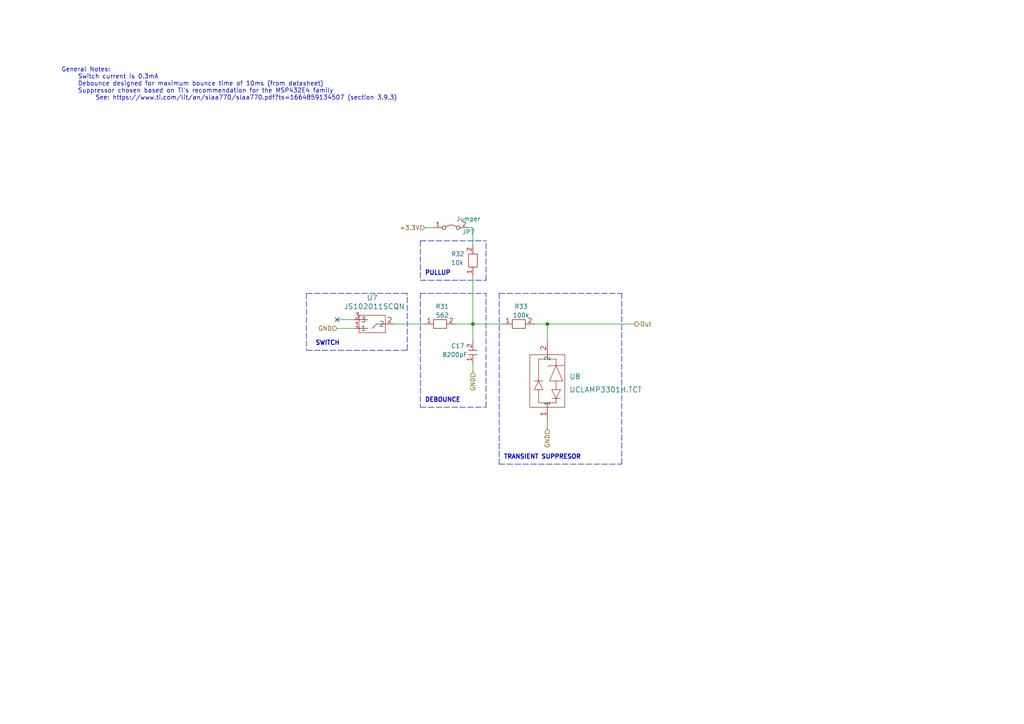
<source format=kicad_sch>
(kicad_sch (version 20211123) (generator eeschema)
  (paper "A4")
  (title_block (title "Switch Subsystem") (rev "1") (company "The Great Gambit"))
  (lib_symbols
    (symbol "C1210C822K2RACAUTO:C1210C822K2RACAUTO" (pin_names (offset 0.762))
      (property "Reference" "C" (at 8.89 6.35 0))
      (property "Value" "C1210C822K2RACAUTO" (at 8.89 3.81 0))
      (symbol "C1210C822K2RACAUTO_0_0"
        (pin passive line (at 0 0 0) (length 2.45) (name "~") (number "1"))
        (pin passive line (at 6.35 0 180) (length 2.45) (name "~") (number "2"))
      )
      (symbol "C1210C822K2RACAUTO_0_1"
        (polyline (pts (xy 2.54 1.27) (xy 2.54 -1.27)) (stroke (width 0.1524)))
        (polyline (pts (xy 3.81 1.27) (xy 3.81 -1.27)) (stroke (width 0.1524)))
      )
    )
    (symbol "CR0402-FX-5620GLF:CR0402-FX-5620GLF" (pin_names (offset 0.762))
      (property "Reference" "R" (at 13.97 6.35 0))
      (property "Value" "CR0402-FX-5620GLF" (at 13.97 3.81 0))
      (symbol "CR0402-FX-5620GLF_0_0"
        (pin passive line (at 0 0 0) (length 2.45) (name "~") (number "1"))
        (pin passive line (at 8.89 0 180) (length 2.45) (name "~") (number "2"))
      )
      (symbol "CR0402-FX-5620GLF_0_1"
        (polyline (pts (xy 2.54 1.27) (xy 6.35 1.27) (xy 6.35 -1.27) (xy 2.54 -1.27) (xy 2.54 1.27)) (stroke (width 0.1524)))
      )
    )
    (symbol "JS102011SCQN:JS102011SCQN" (pin_names (offset 0.254))
      (property "Reference" "S" (at 20.32 10.16 0))
      (property "Value" "JS102011SCQN" (at 20.32 7.62 0))
      (symbol "JS102011SCQN_1_1"
        (polyline (pts (xy 2.54 0) (xy 10.16 0)) (stroke (width 0.127)))
        (polyline (pts (xy 2.54 5.08) (xy 2.54 0)) (stroke (width 0.127)))
        (polyline (pts (xy 2.54 5.08) (xy 10.16 5.08)) (stroke (width 0.127)))
        (polyline (pts (xy 7.62 1.27) (xy 11.43 1.27)))
        (polyline (pts (xy 7.62 3.81) (xy 10.16 3.81)))
        (polyline (pts (xy 10.16 5.08) (xy 10.16 0)) (stroke (width 0.127)))
        (polyline (pts (xy 2.54 2.54) (xy 5.08 2.54) (xy 6.35 3.81)))
        (pin passive line (at 11.43 3.81 180) (length 1.5) (name "1") (number "1"))
        (pin passive line (at 0 2.54 0) (length 2.5) (name "2") (number "2"))
        (pin passive line (at 11.43 1.27 180) (length 1.5) (name "3") (number "3"))
      )
    )
    (symbol "PH1-02-UA:PH1-02-UA"
      (property "Reference" "JP" (at 0 0 0))
      (property "Value" "PH1-02-UA" (at 0 0 0))
      (symbol "PH1-02-UA_0_0"
        (circle (center -2.032 2.54) (radius 0.508))
        (circle (center 2.032 2.54) (radius 0.508))
      )
      (symbol "PH1-02-UA_0_1"
        (arc (start 1.524 2.794) (mid 0 3.302) (end -1.524 2.794))
      )
      (symbol "PH1-02-UA_1_1"
        (pin passive line (at -5.08 2.54 0) (length 2.54) (name "") (number "1"))
        (pin passive line (at 5.08 2.54 180) (length 2.54) (name "") (number "2"))
      )
    )
    (symbol "RCV2512100KFKEGAT:RCV2512100KFKEGAT" (pin_names (offset 0.762))
      (property "Reference" "R" (at 13.97 6.35 0))
      (property "Value" "RCV2512100KFKEGAT" (at 13.97 3.81 0))
      (symbol "RCV2512100KFKEGAT_0_0"
        (pin passive line (at 0 0 0) (length 2.45) (name "~") (number "1"))
        (pin passive line (at 8.89 0 180) (length 2.45) (name "~") (number "2"))
      )
      (symbol "RCV2512100KFKEGAT_0_1"
        (polyline (pts (xy 2.54 1.27) (xy 6.35 1.27) (xy 6.35 -1.27) (xy 2.54 -1.27) (xy 2.54 1.27)) (stroke (width 0.1524)))
      )
    )
    (symbol "RMCF1206FT10K0:10k" (pin_names (offset 0.762))
      (property "Reference" "R" (at 13.97 6.35 0))
      (property "Value" "10k" (at 13.97 3.81 0))
      (symbol "10k_0_0"
        (pin passive line (at 0 0 0) (length 2.45) (name "~") (number "1"))
        (pin passive line (at 8.89 0 180) (length 2.45) (name "~") (number "2"))
      )
      (symbol "10k_0_1"
        (polyline (pts (xy 2.54 1.27) (xy 6.35 1.27) (xy 6.35 -1.27) (xy 2.54 -1.27) (xy 2.54 1.27)) (stroke (width 0.1524)))
      )
    )
    (symbol "UCLAMP3301H-TCT:UCLAMP3301H.TCT" (pin_names (offset 0.254))
      (property "Reference" "U" (at 20.32 10.16 0))
      (property "Value" "UCLAMP3301H.TCT" (at 20.32 7.62 0))
      (symbol "UCLAMP3301H.TCT_0_1"
        (polyline (pts (xy 12.7 0) (xy 13.97 0)))
        (polyline (pts (xy 13.97 -2.54) (xy 15.24 -2.54)))
        (polyline (pts (xy 27.94 0) (xy 26.67 0)))
      )
      (symbol "UCLAMP3301H.TCT_1_1"
        (polyline (pts (xy 12.7 -5.08) (xy 27.94 -5.08)) (stroke (width 0.127)))
        (polyline (pts (xy 12.7 5.08) (xy 12.7 -5.08)) (stroke (width 0.127)))
        (polyline (pts (xy 13.97 0) (xy 13.97 -2.54)) (stroke (width 0.127)))
        (polyline (pts (xy 13.97 0) (xy 13.97 2.54)) (stroke (width 0.127)))
        (polyline (pts (xy 13.97 2.54) (xy 17.78 2.54)) (stroke (width 0.127)))
        (polyline (pts (xy 15.24 -2.54) (xy 15.24 -3.81)) (stroke (width 0.127)))
        (polyline (pts (xy 15.24 -2.54) (xy 15.24 -1.27)) (stroke (width 0.127)))
        (polyline (pts (xy 15.24 -2.54) (xy 17.78 -1.27)) (stroke (width 0.127)))
        (polyline (pts (xy 17.78 -3.81) (xy 15.24 -2.54)) (stroke (width 0.127)))
        (polyline (pts (xy 17.78 -2.54) (xy 20.32 -2.54)) (stroke (width 0.127)))
        (polyline (pts (xy 17.78 -1.27) (xy 17.78 -3.81)) (stroke (width 0.127)))
        (polyline (pts (xy 17.78 1.27) (xy 20.32 2.54)) (stroke (width 0.127)))
        (polyline (pts (xy 17.78 2.54) (xy 17.78 1.27)) (stroke (width 0.127)))
        (polyline (pts (xy 17.78 2.54) (xy 17.78 3.81)) (stroke (width 0.127)))
        (polyline (pts (xy 17.78 3.81) (xy 20.32 2.54)) (stroke (width 0.127)))
        (polyline (pts (xy 20.32 -4.445) (xy 24.765 -2.54)) (stroke (width 0.127)))
        (polyline (pts (xy 20.32 -2.54) (xy 20.32 -4.445)) (stroke (width 0.127)))
        (polyline (pts (xy 20.32 -2.54) (xy 20.32 -0.635)) (stroke (width 0.127)))
        (polyline (pts (xy 20.32 -0.635) (xy 24.765 -2.54)) (stroke (width 0.127)))
        (polyline (pts (xy 20.32 2.54) (xy 20.32 1.27)) (stroke (width 0.127)))
        (polyline (pts (xy 20.32 2.54) (xy 20.32 3.81)) (stroke (width 0.127)))
        (polyline (pts (xy 20.32 2.54) (xy 22.86 2.54)) (stroke (width 0.127)))
        (polyline (pts (xy 24.765 -4.445) (xy 24.765 -0.635)) (stroke (width 0.127)))
        (polyline (pts (xy 24.765 -4.445) (xy 25.146 -4.826)) (stroke (width 0.127)))
        (polyline (pts (xy 24.765 -2.54) (xy 26.67 -2.54)) (stroke (width 0.127)))
        (polyline (pts (xy 24.765 -0.635) (xy 24.384 -0.254)) (stroke (width 0.127)))
        (polyline (pts (xy 26.67 0) (xy 26.67 -2.54)) (stroke (width 0.127)))
        (polyline (pts (xy 26.67 0) (xy 26.67 2.54)) (stroke (width 0.127)))
        (polyline (pts (xy 26.67 2.54) (xy 22.86 2.54)) (stroke (width 0.127)))
        (polyline (pts (xy 27.94 -5.08) (xy 27.94 5.08)) (stroke (width 0.127)))
        (polyline (pts (xy 27.94 5.08) (xy 12.7 5.08)) (stroke (width 0.127)))
        (pin passive line (at 8.89 0 0) (length 3.8) (name "1") (number "1"))
        (pin passive line (at 31.75 0 180) (length 3.8) (name "2") (number "2"))
      )
    )
  )
  (junction (at 158.75 93.98))
  (junction (at 137.16 93.98))
  (no_connect (at 97.79 92.71))
  (polyline (pts (xy 118.11 101.6) (xy 118.11 85.09)))
  (polyline (pts (xy 140.97 118.11) (xy 140.97 85.09)))
  (polyline (pts (xy 121.92 85.09) (xy 121.92 118.11)))
  (polyline (pts (xy 121.92 81.28) (xy 140.97 81.28)))
  (polyline (pts (xy 180.34 134.62) (xy 180.34 85.09)))
  (polyline (pts (xy 88.9 85.09) (xy 118.11 85.09)))
  (wire (pts (xy 158.75 93.98) (xy 184.15 93.98)))
  (wire (pts (xy 97.79 92.71) (xy 102.87 92.71)))
  (wire (pts (xy 158.75 93.98) (xy 158.75 99.06)))
  (polyline (pts (xy 121.92 69.85) (xy 140.97 69.85)))
  (wire (pts (xy 137.16 93.98) (xy 137.16 99.06)))
  (polyline (pts (xy 144.78 134.62) (xy 180.34 134.62)))
  (polyline (pts (xy 88.9 85.09) (xy 88.9 101.6)))
  (wire (pts (xy 132.08 93.98) (xy 137.16 93.98)))
  (wire (pts (xy 137.16 66.04) (xy 137.16 71.12)))
  (wire (pts (xy 137.16 93.98) (xy 146.05 93.98)))
  (polyline (pts (xy 140.97 81.28) (xy 140.97 69.85)))
  (polyline (pts (xy 121.92 85.09) (xy 140.97 85.09)))
  (wire (pts (xy 97.79 95.25) (xy 102.87 95.25)))
  (polyline (pts (xy 121.92 118.11) (xy 140.97 118.11)))
  (wire (pts (xy 114.3 93.98) (xy 123.19 93.98)))
  (wire (pts (xy 137.16 105.41) (xy 137.16 107.95)))
  (wire (pts (xy 158.75 121.92) (xy 158.75 124.46)))
  (polyline (pts (xy 88.9 101.6) (xy 118.11 101.6)))
  (polyline (pts (xy 121.92 69.85) (xy 121.92 81.28)))
  (wire (pts (xy 137.16 80.01) (xy 137.16 93.98)))
  (wire (pts (xy 123.19 66.04) (xy 125.73 66.04)))
  (polyline (pts (xy 144.78 85.09) (xy 180.34 85.09)))
  (wire (pts (xy 135.89 66.04) (xy 137.16 66.04)))
  (polyline (pts (xy 144.78 85.09) (xy 144.78 134.62)))
  (wire (pts (xy 154.94 93.98) (xy 158.75 93.98)))
  (text "TRANSIENT SUPPRESOR" (at 146.05 133.35 0) (effects (font (size 1.27 1.27) bold) (justify left bottom)))
  (text "DEBOUNCE" (at 123.19 116.84 0) (effects (font (size 1.27 1.27) bold) (justify left bottom)))
  (text "General Notes:\n	Switch current is 0.3mA\n	Debounce designed for maximum bounce time of 10ms (from datasheet)\n	Suppressor chosen based on TI's recommendation for the MSP432E4 family \n		See: https://www.ti.com/lit/an/slaa770/slaa770.pdf?ts=1664859134507 (section 3.9.3)" (at 17.78 29.21 0) (effects (font (size 1.27 1.27)) (justify left bottom)))
  (text "SWITCH" (at 91.44 100.33 0) (effects (font (size 1.27 1.27) (thickness 0.254) bold) (justify left bottom)))
  (text "PULLUP" (at 123.19 80.01 0) (effects (font (size 1.27 1.27) bold) (justify left bottom)))
  (hierarchical_label "GND" (shape input) (at 97.79 95.25 180))
  (hierarchical_label "GND" (shape input) (at 137.16 107.95 270))
  (hierarchical_label "GND" (shape input) (at 158.75 124.46 270))
  (hierarchical_label "Out" (shape output) (at 184.15 93.98 0))
  (hierarchical_label "+3.3V" (shape input) (at 123.19 66.04 180))
  (symbol (lib_id "RMCF1206FT10K0:10k") (at 137.16 80.01 90) (unit 1)
    (property "Reference" "R32" (at 130.81 73.66 90) (effects (justify right)))
    (property "Value" "10k" (at 130.81 76.2 90) (effects (justify right)))
    (property "Footprint" "RMCF1206FT10K0:RMCF1206FT10K0" (effects hide))
    (property "Datasheet" "https://www.seielect.com/catalog/sei-rmcf_rmcp.pdf" (effects hide))
    (property "Manufacturer's Part Number" "RMCF1206FT10K0" (effects hide))
    (property "Digikey Part Number" "RMCF1206FT10K0CT-ND" (effects hide))
    (property "Digikey Link" "https://www.digikey.com/en/products/detail/stackpole-electronics-inc/RMCF1206FT10K0/1759669" (effects hide))
  )
  (symbol (lib_id "C1210C822K2RACAUTO:C1210C822K2RACAUTO") (at 137.16 105.41 90) (unit 1)
    (property "Reference" "C17" (at 130.81 100.33 90) (effects (justify right)))
    (property "Value" "8200pF" (at 128.27 102.87 90) (effects (justify right)))
    (property "Footprint" "C1210C822K2RACAUTO:CAPC3225X88N" (effects hide))
    (property "Datasheet" "https://content.kemet.com/datasheets/KEM_C1023_X7R_AUTO_SMD.pdf" (effects hide))
    (property "Manufacturer's Part Number" "C1210C822K2RACAUTO" (effects hide))
    (property "Digikey Part Number" "399-C1210C822K2RACAUTOCT-ND" (effects hide))
    (property "Mouser Part Number" "80-C1210C822K2RAUTO" (effects hide))
    (property "Digikey Link" "https://www.digikey.com/en/products/detail/kemet/C1210C822K2RACAUTO/16524786?s=N4IgTCBcDaIMIEYwIAxwBxjAaTAJQEE4CBVAFQHkACEAXQF8g" (effects hide))
    (property "Mouser Link" "https://www.mouser.com/ProductDetail/KEMET/C1210C822K2RACAUTO?qs=sGAEpiMZZMukHu%252BjC5l7YfRfrXj%2FJXIdfvr9FKYreLc%3D" (effects hide))
  )
  (symbol (lib_id "UCLAMP3301H-TCT:UCLAMP3301H.TCT") (at 158.75 130.81 90) (unit 1)
    (property "Reference" "U8" (at 165.1 109.22 90) (effects (font (size 1.524 1.524)) (justify right)))
    (property "Value" "UCLAMP3301H.TCT" (at 165.1 113.03 90) (effects (font (size 1.524 1.524)) (justify right)))
    (property "Footprint" "UCLAMP3310H-TCT:UCLAMP3301H.TCT" (effects hide))
    (property "Datasheet" "https://semtech.my.salesforce.com/sfc/p/#E0000000JelG/a/44000000MDWf/s0KJxyOHQyYOcvBXVBK9X3X8Cxj1gNltZ2vd2k1S0Wo" (effects hide))
    (property "Digikey Part Number" "UCLAMP3301HDKR-ND" (effects hide))
    (property "Mouser Part Number" " 947-UCLAMP3301H.TCT " (effects hide))
    (property "Digikey Link" "https://www.digikey.com/en/products/detail/semtech-corporation/UCLAMP3301H-TCT/1000952" (effects hide))
    (property "Mouser Link" "https://www.mouser.com/ProductDetail/Semtech/UCLAMP3301H.TCT?qs=rBWM4%252BvDhIeimYmappCp5Q%3D%3D" (effects hide))
    (property "Manufacturer's Part Number" "UCLAMP3301H.TCT" (effects hide))
  )
  (symbol (lib_id "PH1-02-UA:PH1-02-UA") (at 130.81 68.58 0) (unit 1)
    (property "Reference" "JP7" (at 135.89 67.31 0))
    (property "Value" "Jumper" (at 135.89 63.5 0))
    (property "Footprint" "TestPoint:TestPoint_2Pads_Pitch2.54mm_Drill0.8mm" (effects hide))
    (property "Datasheet" "https://app.adam-tech.com/products/download/data_sheet/201605/ph1-xx-ua-data-sheet.pdf" (effects hide))
    (property "Digikey Part Number" "2057-PH1-02-UA-ND" (effects hide))
    (property "Digikey Link" "https://www.digikey.com/en/products/detail/adam-tech/PH1-02-UA/9830266?s=N4IgTCBcDa4AwFYDsBaACgCQIwrmFAqgIIoByAIiALoC%2BQA" (effects hide))
    (property "Manufacturer's Part Number" "PH1-02-UA" (effects hide))
  )
  (symbol (lib_id "CR0402-FX-5620GLF:CR0402-FX-5620GLF") (at 123.19 93.98 0) (unit 1)
    (property "Reference" "R31" (at 128.27 88.9 0))
    (property "Value" "562" (at 128.27 91.44 0))
    (property "Footprint" "CR0402-FX-5620GLF:RESC1005X40N" (effects hide))
    (property "Datasheet" "https://componentsearchengine.com/Datasheets/1/CR0402-FX-5620GLF.pdf" (effects hide))
    (property "Manufacturer's Part Number" "CR0402-FX-5620GLF" (effects hide))
    (property "Digikey Part Number" "118-CR0402-FX-5620GLFCT-ND" (effects hide))
    (property "Mouser Part Number" "652-CR0402FX-5620GLF" (effects hide))
    (property "Digikey Link" "https://www.digikey.com/en/products/detail/bourns-inc/CR0402-FX-5620GLF/3783429?s=N4IgTCBcDaIAQGEBKAGALCsBaAYgDSwFYA2MFAcQBkcQBdAXyA" (effects hide))
    (property "Mouser Link" "https://www.mouser.com/ProductDetail/Bourns/CR0402-FX-5620GLF?qs=sGAEpiMZZMtlubZbdhIBIDfFWzqdPB9%252B4rUQL12%252Bb9s%3D" (effects hide))
  )
  (symbol (lib_id "RCV2512100KFKEGAT:RCV2512100KFKEGAT") (at 146.05 93.98 0) (unit 1)
    (property "Reference" "R33" (at 151.13 88.9 0))
    (property "Value" "100k" (at 151.13 91.44 0))
    (property "Footprint" "RCV2512100KFKEGAT:RESC6332X70N" (effects hide))
    (property "Datasheet" "https://www.vishay.com/docs/20082/rcvat-e3.pdf" (effects hide))
    (property "Manufacturer's Part Number" "RCV2512100KFKEGAT" (effects hide))
    (property "Digikey Part Number" "541-RCV2512100KFKEGATCT-ND" (effects hide))
    (property "Mouser Part Number" "71-RCV2512100KFKEGAT" (effects hide))
    (property "Digikey Link" "https://www.digikey.com/en/products/detail/vishay-dale/RCV2512100KFKEGAT/13985179?s=N4IgTCBcDaIEoGEBqYCsBGM6AM2DSAYngKIDiAggCoAEIAugL5A" (effects hide))
    (property "Mouser Link" "https://www.mouser.com/ProductDetail/Vishay-Draloric/RCV2512100KFKEGAT?qs=sGAEpiMZZMtlubZbdhIBIOK8YY79HZuiqCZ6uF64pjM%3D" (effects hide))
  )
  (symbol (lib_id "JS102011SCQN:JS102011SCQN") (at 114.3 91.44 180) (unit 1)
    (property "Reference" "U7" (at 107.95 86.36 0) (effects (font (size 1.524 1.524))))
    (property "Value" "JS102011SCQN" (at 108.5617 88.9 0) (effects (font (size 1.524 1.524))))
    (property "Footprint" "JS102011SCQN:JS102011SCQN" (effects hide))
    (property "Datasheet" "https://www.ckswitches.com/media/1422/js.pdf" (effects hide))
    (property "Manufacturer's Part Number" "JS102011SCQN" (effects hide))
    (property "Digikey Part Number" "CKN10877CT-ND" (effects hide))
    (property "Mouser Part Number" "611-JS102011SCQN" (effects hide))
    (property "Digikey Link" "https://www.digikey.com/en/products/detail/c-k/JS102011SCQN/3753547" (effects hide))
    (property "Mouser Link" "https://www.mouser.com/ProductDetail/CK/JS102011SCQN?qs=aIxPIZZxLh/C/w7UJtfwsg%3D%3D" (effects hide))
  )
)
</source>
